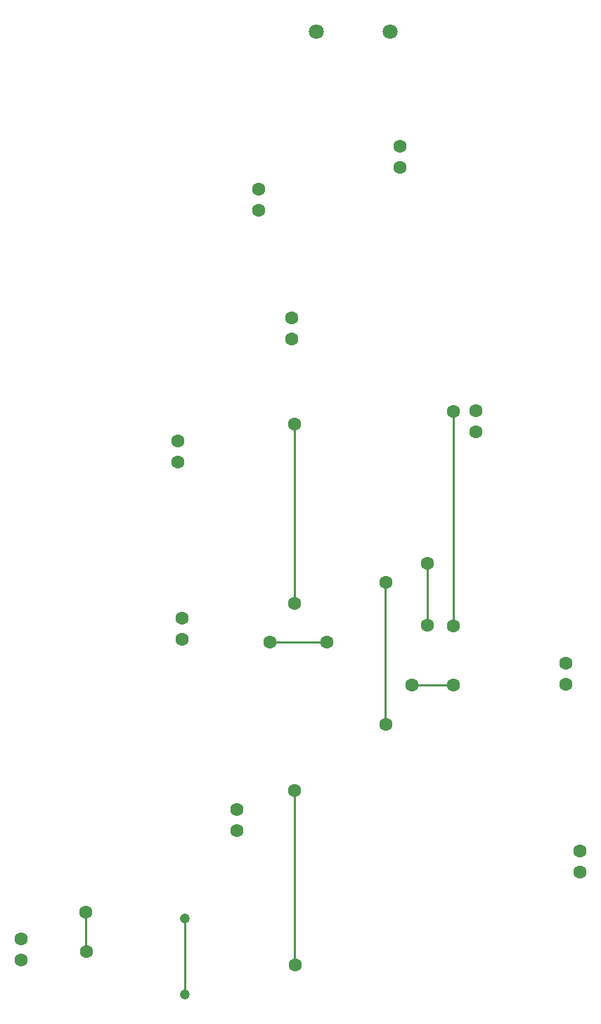
<source format=gbr>
G04 EAGLE Gerber RS-274X export*
G75*
%MOMM*%
%FSLAX34Y34*%
%LPD*%
%INTop Copper*%
%IPPOS*%
%AMOC8*
5,1,8,0,0,1.08239X$1,22.5*%
G01*
%ADD10C,1.800000*%
%ADD11C,1.600000*%
%ADD12C,0.254000*%
%ADD13C,1.206400*%


D10*
X470800Y1391500D03*
D11*
X286600Y454800D03*
X286600Y429400D03*
X214900Y898300D03*
X214900Y872900D03*
X220200Y685100D03*
X220200Y659700D03*
X352700Y1046500D03*
X352700Y1021100D03*
X682700Y605500D03*
X682700Y630900D03*
X482800Y1227900D03*
X482800Y1253300D03*
X312500Y1201800D03*
X312500Y1176400D03*
X699600Y379600D03*
X699600Y405000D03*
X26300Y299300D03*
X26300Y273900D03*
X574100Y909100D03*
X574100Y934500D03*
D10*
X381900Y1391500D03*
D11*
X104000Y331000D03*
D12*
X104000Y285000D01*
X105000Y284000D01*
D11*
X105000Y284000D03*
X516000Y677000D03*
D12*
X516000Y751000D01*
D11*
X516000Y751000D03*
D13*
X224000Y232000D03*
D12*
X224000Y324000D01*
D13*
X224000Y324000D03*
D11*
X395000Y656000D03*
X326000Y656000D03*
D12*
X395000Y656000D01*
D11*
X497000Y605000D03*
D12*
X547000Y605000D01*
D11*
X547000Y605000D03*
X356000Y919000D03*
D12*
X356000Y703000D01*
D11*
X356000Y703000D03*
X356000Y478000D03*
D12*
X356000Y269000D01*
X357000Y268000D01*
D11*
X357000Y268000D03*
X547000Y676000D03*
D12*
X547000Y934000D01*
D11*
X547000Y934000D03*
X466000Y728000D03*
D12*
X465000Y727000D01*
X465000Y558000D01*
X466000Y557000D01*
D11*
X466000Y557000D03*
M02*

</source>
